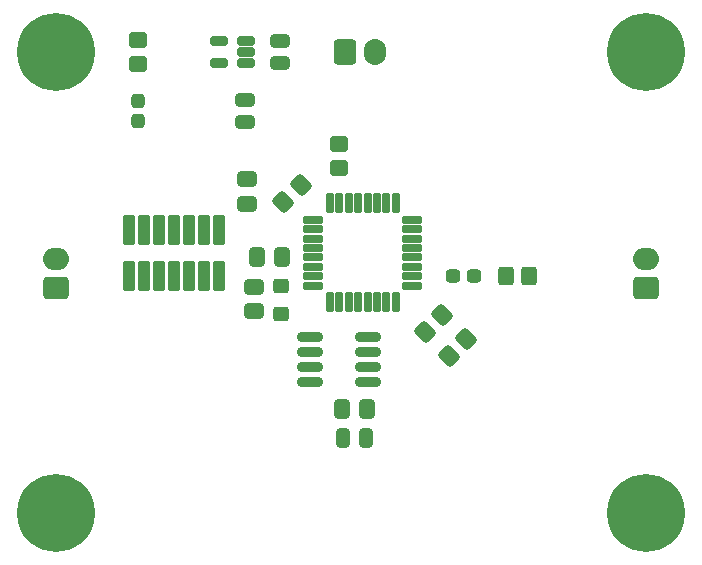
<source format=gbr>
%TF.GenerationSoftware,KiCad,Pcbnew,(6.0.9)*%
%TF.CreationDate,2024-02-29T16:15:24+01:00*%
%TF.ProjectId,TP1,5450312e-6b69-4636-9164-5f7063625858,rev?*%
%TF.SameCoordinates,Original*%
%TF.FileFunction,Soldermask,Top*%
%TF.FilePolarity,Negative*%
%FSLAX46Y46*%
G04 Gerber Fmt 4.6, Leading zero omitted, Abs format (unit mm)*
G04 Created by KiCad (PCBNEW (6.0.9)) date 2024-02-29 16:15:24*
%MOMM*%
%LPD*%
G01*
G04 APERTURE LIST*
G04 Aperture macros list*
%AMRoundRect*
0 Rectangle with rounded corners*
0 $1 Rounding radius*
0 $2 $3 $4 $5 $6 $7 $8 $9 X,Y pos of 4 corners*
0 Add a 4 corners polygon primitive as box body*
4,1,4,$2,$3,$4,$5,$6,$7,$8,$9,$2,$3,0*
0 Add four circle primitives for the rounded corners*
1,1,$1+$1,$2,$3*
1,1,$1+$1,$4,$5*
1,1,$1+$1,$6,$7*
1,1,$1+$1,$8,$9*
0 Add four rect primitives between the rounded corners*
20,1,$1+$1,$2,$3,$4,$5,0*
20,1,$1+$1,$4,$5,$6,$7,0*
20,1,$1+$1,$6,$7,$8,$9,0*
20,1,$1+$1,$8,$9,$2,$3,0*%
G04 Aperture macros list end*
%ADD10RoundRect,0.250000X0.512500X0.150000X-0.512500X0.150000X-0.512500X-0.150000X0.512500X-0.150000X0*%
%ADD11RoundRect,0.350000X0.337500X0.475000X-0.337500X0.475000X-0.337500X-0.475000X0.337500X-0.475000X0*%
%ADD12RoundRect,0.337500X-0.237500X0.287500X-0.237500X-0.287500X0.237500X-0.287500X0.237500X0.287500X0*%
%ADD13RoundRect,0.100000X0.370000X-1.200000X0.370000X1.200000X-0.370000X1.200000X-0.370000X-1.200000X0*%
%ADD14RoundRect,0.350000X0.750000X-0.600000X0.750000X0.600000X-0.750000X0.600000X-0.750000X-0.600000X0*%
%ADD15O,2.200000X1.900000*%
%ADD16RoundRect,0.225000X-0.125000X-0.625000X0.125000X-0.625000X0.125000X0.625000X-0.125000X0.625000X0*%
%ADD17RoundRect,0.225000X-0.625000X-0.125000X0.625000X-0.125000X0.625000X0.125000X-0.625000X0.125000X0*%
%ADD18RoundRect,0.350000X-0.600000X-0.750000X0.600000X-0.750000X0.600000X0.750000X-0.600000X0.750000X0*%
%ADD19O,1.900000X2.200000*%
%ADD20RoundRect,0.350000X-0.350000X-0.450000X0.350000X-0.450000X0.350000X0.450000X-0.350000X0.450000X0*%
%ADD21C,6.600000*%
%ADD22RoundRect,0.350000X-0.097227X0.574524X-0.574524X0.097227X0.097227X-0.574524X0.574524X-0.097227X0*%
%ADD23RoundRect,0.250000X0.825000X0.150000X-0.825000X0.150000X-0.825000X-0.150000X0.825000X-0.150000X0*%
%ADD24RoundRect,0.350000X0.450000X-0.350000X0.450000X0.350000X-0.450000X0.350000X-0.450000X-0.350000X0*%
%ADD25RoundRect,0.350000X0.475000X-0.250000X0.475000X0.250000X-0.475000X0.250000X-0.475000X-0.250000X0*%
%ADD26RoundRect,0.337500X0.287500X0.237500X-0.287500X0.237500X-0.287500X-0.237500X0.287500X-0.237500X0*%
%ADD27RoundRect,0.350000X0.475000X-0.337500X0.475000X0.337500X-0.475000X0.337500X-0.475000X-0.337500X0*%
%ADD28RoundRect,0.350000X-0.475000X0.250000X-0.475000X-0.250000X0.475000X-0.250000X0.475000X0.250000X0*%
%ADD29RoundRect,0.350000X0.097227X-0.574524X0.574524X-0.097227X-0.097227X0.574524X-0.574524X0.097227X0*%
%ADD30RoundRect,0.350000X0.350000X-0.275000X0.350000X0.275000X-0.350000X0.275000X-0.350000X-0.275000X0*%
%ADD31RoundRect,0.350000X0.250000X0.475000X-0.250000X0.475000X-0.250000X-0.475000X0.250000X-0.475000X0*%
%ADD32RoundRect,0.350000X-0.475000X0.337500X-0.475000X-0.337500X0.475000X-0.337500X0.475000X0.337500X0*%
G04 APERTURE END LIST*
D10*
%TO.C,U1*%
X80137500Y-44950000D03*
X80137500Y-44000000D03*
X80137500Y-43050000D03*
X77862500Y-43050000D03*
X77862500Y-44950000D03*
%TD*%
D11*
%TO.C,C6*%
X83137500Y-61400000D03*
X81062500Y-61400000D03*
%TD*%
D12*
%TO.C,D2*%
X71000000Y-48125000D03*
X71000000Y-49875000D03*
%TD*%
D13*
%TO.C,J1*%
X70190000Y-63000000D03*
X70190000Y-59100000D03*
X71460000Y-63000000D03*
X71460000Y-59100000D03*
X72730000Y-63000000D03*
X72730000Y-59100000D03*
X74000000Y-63000000D03*
X74000000Y-59100000D03*
X75270000Y-63000000D03*
X75270000Y-59100000D03*
X76540000Y-63000000D03*
X76540000Y-59100000D03*
X77810000Y-63000000D03*
X77810000Y-59100000D03*
%TD*%
D14*
%TO.C,J2*%
X64000000Y-64000000D03*
D15*
X64000000Y-61500000D03*
%TD*%
D16*
%TO.C,U2*%
X87200000Y-56825000D03*
X88000000Y-56825000D03*
X88800000Y-56825000D03*
X89600000Y-56825000D03*
X90400000Y-56825000D03*
X91200000Y-56825000D03*
X92000000Y-56825000D03*
X92800000Y-56825000D03*
D17*
X94175000Y-58200000D03*
X94175000Y-59000000D03*
X94175000Y-59800000D03*
X94175000Y-60600000D03*
X94175000Y-61400000D03*
X94175000Y-62200000D03*
X94175000Y-63000000D03*
X94175000Y-63800000D03*
D16*
X92800000Y-65175000D03*
X92000000Y-65175000D03*
X91200000Y-65175000D03*
X90400000Y-65175000D03*
X89600000Y-65175000D03*
X88800000Y-65175000D03*
X88000000Y-65175000D03*
X87200000Y-65175000D03*
D17*
X85825000Y-63800000D03*
X85825000Y-63000000D03*
X85825000Y-62200000D03*
X85825000Y-61400000D03*
X85825000Y-60600000D03*
X85825000Y-59800000D03*
X85825000Y-59000000D03*
X85825000Y-58200000D03*
%TD*%
D18*
%TO.C,J3*%
X88500000Y-44000000D03*
D19*
X91000000Y-44000000D03*
%TD*%
D20*
%TO.C,R1*%
X102100000Y-63000000D03*
X104100000Y-63000000D03*
%TD*%
D21*
%TO.C,H2*%
X64000000Y-44000000D03*
%TD*%
D22*
%TO.C,C3*%
X96733623Y-66266377D03*
X95266377Y-67733623D03*
%TD*%
D14*
%TO.C,J4*%
X114000000Y-64000000D03*
D15*
X114000000Y-61500000D03*
%TD*%
D23*
%TO.C,U3*%
X90475000Y-71905000D03*
X90475000Y-70635000D03*
X90475000Y-69365000D03*
X90475000Y-68095000D03*
X85525000Y-68095000D03*
X85525000Y-69365000D03*
X85525000Y-70635000D03*
X85525000Y-71905000D03*
%TD*%
D24*
%TO.C,R2*%
X88000000Y-53800000D03*
X88000000Y-51800000D03*
%TD*%
%TO.C,R3*%
X71000000Y-45000000D03*
X71000000Y-43000000D03*
%TD*%
D25*
%TO.C,C8*%
X80000000Y-49950000D03*
X80000000Y-48050000D03*
%TD*%
D11*
%TO.C,C9*%
X88262500Y-74200000D03*
X90337500Y-74200000D03*
%TD*%
D26*
%TO.C,D1*%
X97625000Y-63000000D03*
X99375000Y-63000000D03*
%TD*%
D21*
%TO.C,H3*%
X64000000Y-83000000D03*
%TD*%
D27*
%TO.C,C4*%
X80200000Y-56837500D03*
X80200000Y-54762500D03*
%TD*%
D22*
%TO.C,C1*%
X98733623Y-68266377D03*
X97266377Y-69733623D03*
%TD*%
D28*
%TO.C,C7*%
X83000000Y-43050000D03*
X83000000Y-44950000D03*
%TD*%
D21*
%TO.C,H4*%
X114000000Y-44000000D03*
%TD*%
D29*
%TO.C,C2*%
X84733623Y-55266377D03*
X83266377Y-56733623D03*
%TD*%
D30*
%TO.C,L1*%
X83100000Y-66150000D03*
X83100000Y-63850000D03*
%TD*%
D21*
%TO.C,H1*%
X114000000Y-83000000D03*
%TD*%
D31*
%TO.C,C10*%
X90250000Y-76700000D03*
X88350000Y-76700000D03*
%TD*%
D32*
%TO.C,C5*%
X80800000Y-63862500D03*
X80800000Y-65937500D03*
%TD*%
M02*

</source>
